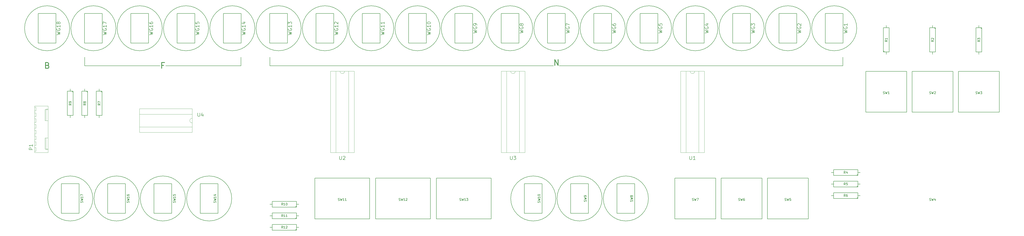
<source format=gbr>
G04 #@! TF.FileFunction,Legend,Top*
%FSLAX46Y46*%
G04 Gerber Fmt 4.6, Leading zero omitted, Abs format (unit mm)*
G04 Created by KiCad (PCBNEW 4.0.5) date 04/16/17 00:06:54*
%MOMM*%
%LPD*%
G01*
G04 APERTURE LIST*
%ADD10C,0.100000*%
%ADD11C,0.200000*%
%ADD12C,0.300000*%
%ADD13C,0.120000*%
%ADD14C,0.150000*%
%ADD15C,0.152400*%
G04 APERTURE END LIST*
D10*
D11*
X254000000Y-73660000D02*
X378460000Y-73660000D01*
X127000000Y-73660000D02*
X251460000Y-73660000D01*
X81280000Y-73660000D02*
X114300000Y-73660000D01*
D12*
X29391429Y-73478571D02*
X29754286Y-73599524D01*
X29875238Y-73720476D01*
X29996190Y-73962381D01*
X29996190Y-74325238D01*
X29875238Y-74567143D01*
X29754286Y-74688095D01*
X29512381Y-74809048D01*
X28544762Y-74809048D01*
X28544762Y-72269048D01*
X29391429Y-72269048D01*
X29633333Y-72390000D01*
X29754286Y-72510952D01*
X29875238Y-72752857D01*
X29875238Y-72994762D01*
X29754286Y-73236667D01*
X29633333Y-73357619D01*
X29391429Y-73478571D01*
X28544762Y-73478571D01*
X252004286Y-73539048D02*
X252004286Y-70999048D01*
X253455714Y-73539048D01*
X253455714Y-70999048D01*
D11*
X378460000Y-73660000D02*
X378460000Y-69850000D01*
X127000000Y-69850000D02*
X127000000Y-73660000D01*
D12*
X80372858Y-73478571D02*
X79526191Y-73478571D01*
X79526191Y-74809048D02*
X79526191Y-72269048D01*
X80735715Y-72269048D01*
D11*
X114300000Y-73660000D02*
X114300000Y-69850000D01*
X45720000Y-73660000D02*
X78740000Y-73660000D01*
X45720000Y-69850000D02*
X45720000Y-73660000D01*
D13*
X92830000Y-98790000D02*
G75*
G02X92830000Y-96790000I0J1000000D01*
G01*
X92830000Y-96790000D02*
X92830000Y-95020000D01*
X92830000Y-95020000D02*
X69730000Y-95020000D01*
X69730000Y-95020000D02*
X69730000Y-100560000D01*
X69730000Y-100560000D02*
X92830000Y-100560000D01*
X92830000Y-100560000D02*
X92830000Y-98790000D01*
X92830000Y-92590000D02*
X69730000Y-92590000D01*
X69730000Y-92590000D02*
X69730000Y-102990000D01*
X69730000Y-102990000D02*
X92830000Y-102990000D01*
X92830000Y-102990000D02*
X92830000Y-92590000D01*
D14*
X89910000Y-132080000D02*
G75*
G03X89910000Y-132080000I-9900000J0D01*
G01*
X76110000Y-125580000D02*
X83910000Y-125580000D01*
X83910000Y-125580000D02*
X83910000Y-138580000D01*
X83910000Y-138580000D02*
X76110000Y-138580000D01*
X76110000Y-138580000D02*
X76110000Y-125580000D01*
X69590000Y-132080000D02*
G75*
G03X69590000Y-132080000I-9900000J0D01*
G01*
X55790000Y-125580000D02*
X63590000Y-125580000D01*
X63590000Y-125580000D02*
X63590000Y-138580000D01*
X63590000Y-138580000D02*
X55790000Y-138580000D01*
X55790000Y-138580000D02*
X55790000Y-125580000D01*
D13*
X23650000Y-111860000D02*
X29650000Y-111860000D01*
X29650000Y-111860000D02*
X29650000Y-91340000D01*
X29650000Y-91340000D02*
X23650000Y-91340000D01*
X23650000Y-91340000D02*
X23650000Y-111860000D01*
X29650000Y-110490000D02*
X28650000Y-110490000D01*
X28650000Y-110490000D02*
X28650000Y-105410000D01*
X28650000Y-105410000D02*
X29650000Y-105410000D01*
X28650000Y-110490000D02*
X28220000Y-110240000D01*
X28220000Y-110240000D02*
X28220000Y-105410000D01*
X28220000Y-105410000D02*
X28650000Y-105410000D01*
X29650000Y-110240000D02*
X28650000Y-110240000D01*
X29650000Y-92710000D02*
X28650000Y-92710000D01*
X28650000Y-92710000D02*
X28650000Y-97790000D01*
X28650000Y-97790000D02*
X29650000Y-97790000D01*
X28650000Y-92710000D02*
X28220000Y-92960000D01*
X28220000Y-92960000D02*
X28220000Y-97790000D01*
X28220000Y-97790000D02*
X28650000Y-97790000D01*
X29650000Y-92960000D02*
X28650000Y-92960000D01*
X23650000Y-111290000D02*
X24270000Y-111290000D01*
X24270000Y-111290000D02*
X24270000Y-109690000D01*
X24270000Y-109690000D02*
X23650000Y-109690000D01*
X23650000Y-108750000D02*
X24270000Y-108750000D01*
X24270000Y-108750000D02*
X24270000Y-107150000D01*
X24270000Y-107150000D02*
X23650000Y-107150000D01*
X23650000Y-106210000D02*
X24270000Y-106210000D01*
X24270000Y-106210000D02*
X24270000Y-104610000D01*
X24270000Y-104610000D02*
X23650000Y-104610000D01*
X23650000Y-103670000D02*
X24270000Y-103670000D01*
X24270000Y-103670000D02*
X24270000Y-102070000D01*
X24270000Y-102070000D02*
X23650000Y-102070000D01*
X23650000Y-101130000D02*
X24270000Y-101130000D01*
X24270000Y-101130000D02*
X24270000Y-99530000D01*
X24270000Y-99530000D02*
X23650000Y-99530000D01*
X23650000Y-98590000D02*
X24270000Y-98590000D01*
X24270000Y-98590000D02*
X24270000Y-96990000D01*
X24270000Y-96990000D02*
X23650000Y-96990000D01*
X23650000Y-96050000D02*
X24270000Y-96050000D01*
X24270000Y-96050000D02*
X24270000Y-94450000D01*
X24270000Y-94450000D02*
X23650000Y-94450000D01*
X23650000Y-93510000D02*
X24270000Y-93510000D01*
X24270000Y-93510000D02*
X24270000Y-91910000D01*
X24270000Y-91910000D02*
X23650000Y-91910000D01*
X313420000Y-76080000D02*
G75*
G02X311420000Y-76080000I-1000000J0D01*
G01*
X311420000Y-76080000D02*
X309650000Y-76080000D01*
X309650000Y-76080000D02*
X309650000Y-111880000D01*
X309650000Y-111880000D02*
X315190000Y-111880000D01*
X315190000Y-111880000D02*
X315190000Y-76080000D01*
X315190000Y-76080000D02*
X313420000Y-76080000D01*
X307220000Y-76080000D02*
X307220000Y-111880000D01*
X307220000Y-111880000D02*
X317620000Y-111880000D01*
X317620000Y-111880000D02*
X317620000Y-76080000D01*
X317620000Y-76080000D02*
X307220000Y-76080000D01*
X159750000Y-76080000D02*
G75*
G02X157750000Y-76080000I-1000000J0D01*
G01*
X157750000Y-76080000D02*
X155980000Y-76080000D01*
X155980000Y-76080000D02*
X155980000Y-111880000D01*
X155980000Y-111880000D02*
X161520000Y-111880000D01*
X161520000Y-111880000D02*
X161520000Y-76080000D01*
X161520000Y-76080000D02*
X159750000Y-76080000D01*
X153550000Y-76080000D02*
X153550000Y-111880000D01*
X153550000Y-111880000D02*
X163950000Y-111880000D01*
X163950000Y-111880000D02*
X163950000Y-76080000D01*
X163950000Y-76080000D02*
X153550000Y-76080000D01*
X234680000Y-76080000D02*
G75*
G02X232680000Y-76080000I-1000000J0D01*
G01*
X232680000Y-76080000D02*
X230910000Y-76080000D01*
X230910000Y-76080000D02*
X230910000Y-111880000D01*
X230910000Y-111880000D02*
X236450000Y-111880000D01*
X236450000Y-111880000D02*
X236450000Y-76080000D01*
X236450000Y-76080000D02*
X234680000Y-76080000D01*
X228480000Y-76080000D02*
X228480000Y-111880000D01*
X228480000Y-111880000D02*
X238880000Y-111880000D01*
X238880000Y-111880000D02*
X238880000Y-76080000D01*
X238880000Y-76080000D02*
X228480000Y-76080000D01*
D14*
X140710000Y-57150000D02*
G75*
G03X140710000Y-57150000I-9900000J0D01*
G01*
X126910000Y-50650000D02*
X134710000Y-50650000D01*
X134710000Y-50650000D02*
X134710000Y-63650000D01*
X134710000Y-63650000D02*
X126910000Y-63650000D01*
X126910000Y-63650000D02*
X126910000Y-50650000D01*
X161030000Y-57150000D02*
G75*
G03X161030000Y-57150000I-9900000J0D01*
G01*
X147230000Y-50650000D02*
X155030000Y-50650000D01*
X155030000Y-50650000D02*
X155030000Y-63650000D01*
X155030000Y-63650000D02*
X147230000Y-63650000D01*
X147230000Y-63650000D02*
X147230000Y-50650000D01*
X384550000Y-57150000D02*
G75*
G03X384550000Y-57150000I-9900000J0D01*
G01*
X370750000Y-50650000D02*
X378550000Y-50650000D01*
X378550000Y-50650000D02*
X378550000Y-63650000D01*
X378550000Y-63650000D02*
X370750000Y-63650000D01*
X370750000Y-63650000D02*
X370750000Y-50650000D01*
X364230000Y-57150000D02*
G75*
G03X364230000Y-57150000I-9900000J0D01*
G01*
X350430000Y-50650000D02*
X358230000Y-50650000D01*
X358230000Y-50650000D02*
X358230000Y-63650000D01*
X358230000Y-63650000D02*
X350430000Y-63650000D01*
X350430000Y-63650000D02*
X350430000Y-50650000D01*
X343910000Y-57150000D02*
G75*
G03X343910000Y-57150000I-9900000J0D01*
G01*
X330110000Y-50650000D02*
X337910000Y-50650000D01*
X337910000Y-50650000D02*
X337910000Y-63650000D01*
X337910000Y-63650000D02*
X330110000Y-63650000D01*
X330110000Y-63650000D02*
X330110000Y-50650000D01*
X323590000Y-57150000D02*
G75*
G03X323590000Y-57150000I-9900000J0D01*
G01*
X309790000Y-50650000D02*
X317590000Y-50650000D01*
X317590000Y-50650000D02*
X317590000Y-63650000D01*
X317590000Y-63650000D02*
X309790000Y-63650000D01*
X309790000Y-63650000D02*
X309790000Y-50650000D01*
X303270000Y-57150000D02*
G75*
G03X303270000Y-57150000I-9900000J0D01*
G01*
X289470000Y-50650000D02*
X297270000Y-50650000D01*
X297270000Y-50650000D02*
X297270000Y-63650000D01*
X297270000Y-63650000D02*
X289470000Y-63650000D01*
X289470000Y-63650000D02*
X289470000Y-50650000D01*
X282950000Y-57150000D02*
G75*
G03X282950000Y-57150000I-9900000J0D01*
G01*
X269150000Y-50650000D02*
X276950000Y-50650000D01*
X276950000Y-50650000D02*
X276950000Y-63650000D01*
X276950000Y-63650000D02*
X269150000Y-63650000D01*
X269150000Y-63650000D02*
X269150000Y-50650000D01*
X262630000Y-57150000D02*
G75*
G03X262630000Y-57150000I-9900000J0D01*
G01*
X248830000Y-50650000D02*
X256630000Y-50650000D01*
X256630000Y-50650000D02*
X256630000Y-63650000D01*
X256630000Y-63650000D02*
X248830000Y-63650000D01*
X248830000Y-63650000D02*
X248830000Y-50650000D01*
X242310000Y-57150000D02*
G75*
G03X242310000Y-57150000I-9900000J0D01*
G01*
X228510000Y-50650000D02*
X236310000Y-50650000D01*
X236310000Y-50650000D02*
X236310000Y-63650000D01*
X236310000Y-63650000D02*
X228510000Y-63650000D01*
X228510000Y-63650000D02*
X228510000Y-50650000D01*
X221990000Y-57150000D02*
G75*
G03X221990000Y-57150000I-9900000J0D01*
G01*
X208190000Y-50650000D02*
X215990000Y-50650000D01*
X215990000Y-50650000D02*
X215990000Y-63650000D01*
X215990000Y-63650000D02*
X208190000Y-63650000D01*
X208190000Y-63650000D02*
X208190000Y-50650000D01*
X201670000Y-57150000D02*
G75*
G03X201670000Y-57150000I-9900000J0D01*
G01*
X187870000Y-50650000D02*
X195670000Y-50650000D01*
X195670000Y-50650000D02*
X195670000Y-63650000D01*
X195670000Y-63650000D02*
X187870000Y-63650000D01*
X187870000Y-63650000D02*
X187870000Y-50650000D01*
X181350000Y-57150000D02*
G75*
G03X181350000Y-57150000I-9900000J0D01*
G01*
X167550000Y-50650000D02*
X175350000Y-50650000D01*
X175350000Y-50650000D02*
X175350000Y-63650000D01*
X175350000Y-63650000D02*
X167550000Y-63650000D01*
X167550000Y-63650000D02*
X167550000Y-50650000D01*
X120390000Y-57150000D02*
G75*
G03X120390000Y-57150000I-9900000J0D01*
G01*
X106590000Y-50650000D02*
X114390000Y-50650000D01*
X114390000Y-50650000D02*
X114390000Y-63650000D01*
X114390000Y-63650000D02*
X106590000Y-63650000D01*
X106590000Y-63650000D02*
X106590000Y-50650000D01*
X100070000Y-57150000D02*
G75*
G03X100070000Y-57150000I-9900000J0D01*
G01*
X86270000Y-50650000D02*
X94070000Y-50650000D01*
X94070000Y-50650000D02*
X94070000Y-63650000D01*
X94070000Y-63650000D02*
X86270000Y-63650000D01*
X86270000Y-63650000D02*
X86270000Y-50650000D01*
X79750000Y-57150000D02*
G75*
G03X79750000Y-57150000I-9900000J0D01*
G01*
X65950000Y-50650000D02*
X73750000Y-50650000D01*
X73750000Y-50650000D02*
X73750000Y-63650000D01*
X73750000Y-63650000D02*
X65950000Y-63650000D01*
X65950000Y-63650000D02*
X65950000Y-50650000D01*
X59430000Y-57150000D02*
G75*
G03X59430000Y-57150000I-9900000J0D01*
G01*
X45630000Y-50650000D02*
X53430000Y-50650000D01*
X53430000Y-50650000D02*
X53430000Y-63650000D01*
X53430000Y-63650000D02*
X45630000Y-63650000D01*
X45630000Y-63650000D02*
X45630000Y-50650000D01*
X39110000Y-57150000D02*
G75*
G03X39110000Y-57150000I-9900000J0D01*
G01*
X25310000Y-50650000D02*
X33110000Y-50650000D01*
X33110000Y-50650000D02*
X33110000Y-63650000D01*
X33110000Y-63650000D02*
X25310000Y-63650000D01*
X25310000Y-63650000D02*
X25310000Y-50650000D01*
X49270000Y-132080000D02*
G75*
G03X49270000Y-132080000I-9900000J0D01*
G01*
X35470000Y-125580000D02*
X43270000Y-125580000D01*
X43270000Y-125580000D02*
X43270000Y-138580000D01*
X43270000Y-138580000D02*
X35470000Y-138580000D01*
X35470000Y-138580000D02*
X35470000Y-125580000D01*
X110230000Y-132080000D02*
G75*
G03X110230000Y-132080000I-9900000J0D01*
G01*
X96430000Y-125580000D02*
X104230000Y-125580000D01*
X104230000Y-125580000D02*
X104230000Y-138580000D01*
X104230000Y-138580000D02*
X96430000Y-138580000D01*
X96430000Y-138580000D02*
X96430000Y-125580000D01*
X252470000Y-132080000D02*
G75*
G03X252470000Y-132080000I-9900000J0D01*
G01*
X238670000Y-125580000D02*
X246470000Y-125580000D01*
X246470000Y-125580000D02*
X246470000Y-138580000D01*
X246470000Y-138580000D02*
X238670000Y-138580000D01*
X238670000Y-138580000D02*
X238670000Y-125580000D01*
X272790000Y-132080000D02*
G75*
G03X272790000Y-132080000I-9900000J0D01*
G01*
X258990000Y-125580000D02*
X266790000Y-125580000D01*
X266790000Y-125580000D02*
X266790000Y-138580000D01*
X266790000Y-138580000D02*
X258990000Y-138580000D01*
X258990000Y-138580000D02*
X258990000Y-125580000D01*
X293110000Y-132080000D02*
G75*
G03X293110000Y-132080000I-9900000J0D01*
G01*
X279310000Y-125580000D02*
X287110000Y-125580000D01*
X287110000Y-125580000D02*
X287110000Y-138580000D01*
X287110000Y-138580000D02*
X279310000Y-138580000D01*
X279310000Y-138580000D02*
X279310000Y-125580000D01*
X429150000Y-76090000D02*
X447150000Y-76090000D01*
X447150000Y-76090000D02*
X447150000Y-94090000D01*
X447150000Y-94090000D02*
X429150000Y-94090000D01*
X429150000Y-94090000D02*
X429150000Y-76090000D01*
X408830000Y-76090000D02*
X426830000Y-76090000D01*
X426830000Y-76090000D02*
X426830000Y-94090000D01*
X426830000Y-94090000D02*
X408830000Y-94090000D01*
X408830000Y-94090000D02*
X408830000Y-76090000D01*
X388510000Y-76090000D02*
X406510000Y-76090000D01*
X406510000Y-76090000D02*
X406510000Y-94090000D01*
X406510000Y-94090000D02*
X388510000Y-94090000D01*
X388510000Y-94090000D02*
X388510000Y-76090000D01*
X146750000Y-123080000D02*
X170750000Y-123080000D01*
X170750000Y-123080000D02*
X170750000Y-141080000D01*
X170750000Y-141080000D02*
X146750000Y-141080000D01*
X146750000Y-141080000D02*
X146750000Y-123080000D01*
X173420000Y-123080000D02*
X197420000Y-123080000D01*
X197420000Y-123080000D02*
X197420000Y-141080000D01*
X197420000Y-141080000D02*
X173420000Y-141080000D01*
X173420000Y-141080000D02*
X173420000Y-123080000D01*
X200090000Y-123080000D02*
X224090000Y-123080000D01*
X224090000Y-123080000D02*
X224090000Y-141080000D01*
X224090000Y-141080000D02*
X200090000Y-141080000D01*
X200090000Y-141080000D02*
X200090000Y-123080000D01*
X345330000Y-123080000D02*
X363330000Y-123080000D01*
X363330000Y-123080000D02*
X363330000Y-141080000D01*
X363330000Y-141080000D02*
X345330000Y-141080000D01*
X345330000Y-141080000D02*
X345330000Y-123080000D01*
X325010000Y-123080000D02*
X343010000Y-123080000D01*
X343010000Y-123080000D02*
X343010000Y-141080000D01*
X343010000Y-141080000D02*
X325010000Y-141080000D01*
X325010000Y-141080000D02*
X325010000Y-123080000D01*
X304690000Y-123080000D02*
X322690000Y-123080000D01*
X322690000Y-123080000D02*
X322690000Y-141080000D01*
X322690000Y-141080000D02*
X304690000Y-141080000D01*
X304690000Y-141080000D02*
X304690000Y-123080000D01*
X397510000Y-68580000D02*
X397510000Y-67564000D01*
X397510000Y-55880000D02*
X397510000Y-56896000D01*
X396240000Y-56896000D02*
X398780000Y-56896000D01*
X398780000Y-56896000D02*
X398780000Y-67564000D01*
X398780000Y-67564000D02*
X396240000Y-67564000D01*
X396240000Y-67564000D02*
X396240000Y-56896000D01*
X396748000Y-67564000D02*
X396240000Y-67056000D01*
X417830000Y-55880000D02*
X417830000Y-56896000D01*
X417830000Y-68580000D02*
X417830000Y-67564000D01*
X419100000Y-67564000D02*
X416560000Y-67564000D01*
X416560000Y-67564000D02*
X416560000Y-56896000D01*
X416560000Y-56896000D02*
X419100000Y-56896000D01*
X419100000Y-56896000D02*
X419100000Y-67564000D01*
X418592000Y-56896000D02*
X419100000Y-57404000D01*
X438150000Y-55880000D02*
X438150000Y-56896000D01*
X438150000Y-68580000D02*
X438150000Y-67564000D01*
X439420000Y-67564000D02*
X436880000Y-67564000D01*
X436880000Y-67564000D02*
X436880000Y-56896000D01*
X436880000Y-56896000D02*
X439420000Y-56896000D01*
X439420000Y-56896000D02*
X439420000Y-67564000D01*
X438912000Y-56896000D02*
X439420000Y-57404000D01*
X386080000Y-120650000D02*
X385064000Y-120650000D01*
X373380000Y-120650000D02*
X374396000Y-120650000D01*
X374396000Y-121920000D02*
X374396000Y-119380000D01*
X374396000Y-119380000D02*
X385064000Y-119380000D01*
X385064000Y-119380000D02*
X385064000Y-121920000D01*
X385064000Y-121920000D02*
X374396000Y-121920000D01*
X385064000Y-121412000D02*
X384556000Y-121920000D01*
X386080000Y-125730000D02*
X385064000Y-125730000D01*
X373380000Y-125730000D02*
X374396000Y-125730000D01*
X374396000Y-127000000D02*
X374396000Y-124460000D01*
X374396000Y-124460000D02*
X385064000Y-124460000D01*
X385064000Y-124460000D02*
X385064000Y-127000000D01*
X385064000Y-127000000D02*
X374396000Y-127000000D01*
X385064000Y-126492000D02*
X384556000Y-127000000D01*
X386080000Y-130810000D02*
X385064000Y-130810000D01*
X373380000Y-130810000D02*
X374396000Y-130810000D01*
X374396000Y-132080000D02*
X374396000Y-129540000D01*
X374396000Y-129540000D02*
X385064000Y-129540000D01*
X385064000Y-129540000D02*
X385064000Y-132080000D01*
X385064000Y-132080000D02*
X374396000Y-132080000D01*
X385064000Y-131572000D02*
X384556000Y-132080000D01*
X52070000Y-83820000D02*
X52070000Y-84836000D01*
X52070000Y-96520000D02*
X52070000Y-95504000D01*
X53340000Y-95504000D02*
X50800000Y-95504000D01*
X50800000Y-95504000D02*
X50800000Y-84836000D01*
X50800000Y-84836000D02*
X53340000Y-84836000D01*
X53340000Y-84836000D02*
X53340000Y-95504000D01*
X52832000Y-84836000D02*
X53340000Y-85344000D01*
X45720000Y-83820000D02*
X45720000Y-84836000D01*
X45720000Y-96520000D02*
X45720000Y-95504000D01*
X46990000Y-95504000D02*
X44450000Y-95504000D01*
X44450000Y-95504000D02*
X44450000Y-84836000D01*
X44450000Y-84836000D02*
X46990000Y-84836000D01*
X46990000Y-84836000D02*
X46990000Y-95504000D01*
X46482000Y-84836000D02*
X46990000Y-85344000D01*
X39370000Y-83820000D02*
X39370000Y-84836000D01*
X39370000Y-96520000D02*
X39370000Y-95504000D01*
X40640000Y-95504000D02*
X38100000Y-95504000D01*
X38100000Y-95504000D02*
X38100000Y-84836000D01*
X38100000Y-84836000D02*
X40640000Y-84836000D01*
X40640000Y-84836000D02*
X40640000Y-95504000D01*
X40132000Y-84836000D02*
X40640000Y-85344000D01*
X139700000Y-134620000D02*
X138684000Y-134620000D01*
X127000000Y-134620000D02*
X128016000Y-134620000D01*
X128016000Y-135890000D02*
X128016000Y-133350000D01*
X128016000Y-133350000D02*
X138684000Y-133350000D01*
X138684000Y-133350000D02*
X138684000Y-135890000D01*
X138684000Y-135890000D02*
X128016000Y-135890000D01*
X138684000Y-135382000D02*
X138176000Y-135890000D01*
X139700000Y-139700000D02*
X138684000Y-139700000D01*
X127000000Y-139700000D02*
X128016000Y-139700000D01*
X128016000Y-140970000D02*
X128016000Y-138430000D01*
X128016000Y-138430000D02*
X138684000Y-138430000D01*
X138684000Y-138430000D02*
X138684000Y-140970000D01*
X138684000Y-140970000D02*
X128016000Y-140970000D01*
X138684000Y-140462000D02*
X138176000Y-140970000D01*
X139700000Y-144780000D02*
X138684000Y-144780000D01*
X127000000Y-144780000D02*
X128016000Y-144780000D01*
X128016000Y-146050000D02*
X128016000Y-143510000D01*
X128016000Y-143510000D02*
X138684000Y-143510000D01*
X138684000Y-143510000D02*
X138684000Y-146050000D01*
X138684000Y-146050000D02*
X128016000Y-146050000D01*
X138684000Y-145542000D02*
X138176000Y-146050000D01*
D15*
X95358857Y-94415429D02*
X95358857Y-95649143D01*
X95431429Y-95794286D01*
X95504000Y-95866857D01*
X95649143Y-95939429D01*
X95939429Y-95939429D01*
X96084571Y-95866857D01*
X96157143Y-95794286D01*
X96229714Y-95649143D01*
X96229714Y-94415429D01*
X97608571Y-94923429D02*
X97608571Y-95939429D01*
X97245714Y-94342857D02*
X96882857Y-95431429D01*
X97826285Y-95431429D01*
D14*
X85494762Y-133889524D02*
X85542381Y-133746667D01*
X85542381Y-133508571D01*
X85494762Y-133413333D01*
X85447143Y-133365714D01*
X85351905Y-133318095D01*
X85256667Y-133318095D01*
X85161429Y-133365714D01*
X85113810Y-133413333D01*
X85066190Y-133508571D01*
X85018571Y-133699048D01*
X84970952Y-133794286D01*
X84923333Y-133841905D01*
X84828095Y-133889524D01*
X84732857Y-133889524D01*
X84637619Y-133841905D01*
X84590000Y-133794286D01*
X84542381Y-133699048D01*
X84542381Y-133460952D01*
X84590000Y-133318095D01*
X84542381Y-132984762D02*
X85542381Y-132746667D01*
X84828095Y-132556190D01*
X85542381Y-132365714D01*
X84542381Y-132127619D01*
X85542381Y-131222857D02*
X85542381Y-131794286D01*
X85542381Y-131508572D02*
X84542381Y-131508572D01*
X84685238Y-131603810D01*
X84780476Y-131699048D01*
X84828095Y-131794286D01*
X84542381Y-130318095D02*
X84542381Y-130794286D01*
X85018571Y-130841905D01*
X84970952Y-130794286D01*
X84923333Y-130699048D01*
X84923333Y-130460952D01*
X84970952Y-130365714D01*
X85018571Y-130318095D01*
X85113810Y-130270476D01*
X85351905Y-130270476D01*
X85447143Y-130318095D01*
X85494762Y-130365714D01*
X85542381Y-130460952D01*
X85542381Y-130699048D01*
X85494762Y-130794286D01*
X85447143Y-130841905D01*
X65174762Y-133889524D02*
X65222381Y-133746667D01*
X65222381Y-133508571D01*
X65174762Y-133413333D01*
X65127143Y-133365714D01*
X65031905Y-133318095D01*
X64936667Y-133318095D01*
X64841429Y-133365714D01*
X64793810Y-133413333D01*
X64746190Y-133508571D01*
X64698571Y-133699048D01*
X64650952Y-133794286D01*
X64603333Y-133841905D01*
X64508095Y-133889524D01*
X64412857Y-133889524D01*
X64317619Y-133841905D01*
X64270000Y-133794286D01*
X64222381Y-133699048D01*
X64222381Y-133460952D01*
X64270000Y-133318095D01*
X64222381Y-132984762D02*
X65222381Y-132746667D01*
X64508095Y-132556190D01*
X65222381Y-132365714D01*
X64222381Y-132127619D01*
X65222381Y-131222857D02*
X65222381Y-131794286D01*
X65222381Y-131508572D02*
X64222381Y-131508572D01*
X64365238Y-131603810D01*
X64460476Y-131699048D01*
X64508095Y-131794286D01*
X64222381Y-130365714D02*
X64222381Y-130556191D01*
X64270000Y-130651429D01*
X64317619Y-130699048D01*
X64460476Y-130794286D01*
X64650952Y-130841905D01*
X65031905Y-130841905D01*
X65127143Y-130794286D01*
X65174762Y-130746667D01*
X65222381Y-130651429D01*
X65222381Y-130460952D01*
X65174762Y-130365714D01*
X65127143Y-130318095D01*
X65031905Y-130270476D01*
X64793810Y-130270476D01*
X64698571Y-130318095D01*
X64650952Y-130365714D01*
X64603333Y-130460952D01*
X64603333Y-130651429D01*
X64650952Y-130746667D01*
X64698571Y-130794286D01*
X64793810Y-130841905D01*
D15*
X22859429Y-110614857D02*
X21335429Y-110614857D01*
X21335429Y-110034285D01*
X21408000Y-109889143D01*
X21480571Y-109816571D01*
X21625714Y-109744000D01*
X21843429Y-109744000D01*
X21988571Y-109816571D01*
X22061143Y-109889143D01*
X22133714Y-110034285D01*
X22133714Y-110614857D01*
X22859429Y-108292571D02*
X22859429Y-109163428D01*
X22859429Y-108728000D02*
X21335429Y-108728000D01*
X21553143Y-108873143D01*
X21698286Y-109018285D01*
X21770857Y-109163428D01*
X311258857Y-113465429D02*
X311258857Y-114699143D01*
X311331429Y-114844286D01*
X311404000Y-114916857D01*
X311549143Y-114989429D01*
X311839429Y-114989429D01*
X311984571Y-114916857D01*
X312057143Y-114844286D01*
X312129714Y-114699143D01*
X312129714Y-113465429D01*
X313653714Y-114989429D02*
X312782857Y-114989429D01*
X313218285Y-114989429D02*
X313218285Y-113465429D01*
X313073142Y-113683143D01*
X312928000Y-113828286D01*
X312782857Y-113900857D01*
X157588857Y-113465429D02*
X157588857Y-114699143D01*
X157661429Y-114844286D01*
X157734000Y-114916857D01*
X157879143Y-114989429D01*
X158169429Y-114989429D01*
X158314571Y-114916857D01*
X158387143Y-114844286D01*
X158459714Y-114699143D01*
X158459714Y-113465429D01*
X159112857Y-113610571D02*
X159185428Y-113538000D01*
X159330571Y-113465429D01*
X159693428Y-113465429D01*
X159838571Y-113538000D01*
X159911142Y-113610571D01*
X159983714Y-113755714D01*
X159983714Y-113900857D01*
X159911142Y-114118571D01*
X159040285Y-114989429D01*
X159983714Y-114989429D01*
X232518857Y-113465429D02*
X232518857Y-114699143D01*
X232591429Y-114844286D01*
X232664000Y-114916857D01*
X232809143Y-114989429D01*
X233099429Y-114989429D01*
X233244571Y-114916857D01*
X233317143Y-114844286D01*
X233389714Y-114699143D01*
X233389714Y-113465429D01*
X233970285Y-113465429D02*
X234913714Y-113465429D01*
X234405714Y-114046000D01*
X234623428Y-114046000D01*
X234768571Y-114118571D01*
X234841142Y-114191143D01*
X234913714Y-114336286D01*
X234913714Y-114699143D01*
X234841142Y-114844286D01*
X234768571Y-114916857D01*
X234623428Y-114989429D01*
X234188000Y-114989429D01*
X234042857Y-114916857D01*
X233970285Y-114844286D01*
X135055429Y-60016572D02*
X136579429Y-59653715D01*
X135490857Y-59363429D01*
X136579429Y-59073143D01*
X135055429Y-58710286D01*
X135128000Y-57331429D02*
X135055429Y-57476572D01*
X135055429Y-57694286D01*
X135128000Y-57912001D01*
X135273143Y-58057143D01*
X135418286Y-58129715D01*
X135708571Y-58202286D01*
X135926286Y-58202286D01*
X136216571Y-58129715D01*
X136361714Y-58057143D01*
X136506857Y-57912001D01*
X136579429Y-57694286D01*
X136579429Y-57549143D01*
X136506857Y-57331429D01*
X136434286Y-57258858D01*
X135926286Y-57258858D01*
X135926286Y-57549143D01*
X136579429Y-55807429D02*
X136579429Y-56678286D01*
X136579429Y-56242858D02*
X135055429Y-56242858D01*
X135273143Y-56388001D01*
X135418286Y-56533143D01*
X135490857Y-56678286D01*
X135055429Y-55299429D02*
X135055429Y-54356000D01*
X135636000Y-54864000D01*
X135636000Y-54646286D01*
X135708571Y-54501143D01*
X135781143Y-54428572D01*
X135926286Y-54356000D01*
X136289143Y-54356000D01*
X136434286Y-54428572D01*
X136506857Y-54501143D01*
X136579429Y-54646286D01*
X136579429Y-55081714D01*
X136506857Y-55226857D01*
X136434286Y-55299429D01*
X155375429Y-60016572D02*
X156899429Y-59653715D01*
X155810857Y-59363429D01*
X156899429Y-59073143D01*
X155375429Y-58710286D01*
X155448000Y-57331429D02*
X155375429Y-57476572D01*
X155375429Y-57694286D01*
X155448000Y-57912001D01*
X155593143Y-58057143D01*
X155738286Y-58129715D01*
X156028571Y-58202286D01*
X156246286Y-58202286D01*
X156536571Y-58129715D01*
X156681714Y-58057143D01*
X156826857Y-57912001D01*
X156899429Y-57694286D01*
X156899429Y-57549143D01*
X156826857Y-57331429D01*
X156754286Y-57258858D01*
X156246286Y-57258858D01*
X156246286Y-57549143D01*
X156899429Y-55807429D02*
X156899429Y-56678286D01*
X156899429Y-56242858D02*
X155375429Y-56242858D01*
X155593143Y-56388001D01*
X155738286Y-56533143D01*
X155810857Y-56678286D01*
X155520571Y-55226857D02*
X155448000Y-55154286D01*
X155375429Y-55009143D01*
X155375429Y-54646286D01*
X155448000Y-54501143D01*
X155520571Y-54428572D01*
X155665714Y-54356000D01*
X155810857Y-54356000D01*
X156028571Y-54428572D01*
X156899429Y-55299429D01*
X156899429Y-54356000D01*
X378895429Y-59290857D02*
X380419429Y-58928000D01*
X379330857Y-58637714D01*
X380419429Y-58347428D01*
X378895429Y-57984571D01*
X378968000Y-56605714D02*
X378895429Y-56750857D01*
X378895429Y-56968571D01*
X378968000Y-57186286D01*
X379113143Y-57331428D01*
X379258286Y-57404000D01*
X379548571Y-57476571D01*
X379766286Y-57476571D01*
X380056571Y-57404000D01*
X380201714Y-57331428D01*
X380346857Y-57186286D01*
X380419429Y-56968571D01*
X380419429Y-56823428D01*
X380346857Y-56605714D01*
X380274286Y-56533143D01*
X379766286Y-56533143D01*
X379766286Y-56823428D01*
X380419429Y-55081714D02*
X380419429Y-55952571D01*
X380419429Y-55517143D02*
X378895429Y-55517143D01*
X379113143Y-55662286D01*
X379258286Y-55807428D01*
X379330857Y-55952571D01*
X358575429Y-59290857D02*
X360099429Y-58928000D01*
X359010857Y-58637714D01*
X360099429Y-58347428D01*
X358575429Y-57984571D01*
X358648000Y-56605714D02*
X358575429Y-56750857D01*
X358575429Y-56968571D01*
X358648000Y-57186286D01*
X358793143Y-57331428D01*
X358938286Y-57404000D01*
X359228571Y-57476571D01*
X359446286Y-57476571D01*
X359736571Y-57404000D01*
X359881714Y-57331428D01*
X360026857Y-57186286D01*
X360099429Y-56968571D01*
X360099429Y-56823428D01*
X360026857Y-56605714D01*
X359954286Y-56533143D01*
X359446286Y-56533143D01*
X359446286Y-56823428D01*
X358720571Y-55952571D02*
X358648000Y-55880000D01*
X358575429Y-55734857D01*
X358575429Y-55372000D01*
X358648000Y-55226857D01*
X358720571Y-55154286D01*
X358865714Y-55081714D01*
X359010857Y-55081714D01*
X359228571Y-55154286D01*
X360099429Y-56025143D01*
X360099429Y-55081714D01*
X338255429Y-59290857D02*
X339779429Y-58928000D01*
X338690857Y-58637714D01*
X339779429Y-58347428D01*
X338255429Y-57984571D01*
X338328000Y-56605714D02*
X338255429Y-56750857D01*
X338255429Y-56968571D01*
X338328000Y-57186286D01*
X338473143Y-57331428D01*
X338618286Y-57404000D01*
X338908571Y-57476571D01*
X339126286Y-57476571D01*
X339416571Y-57404000D01*
X339561714Y-57331428D01*
X339706857Y-57186286D01*
X339779429Y-56968571D01*
X339779429Y-56823428D01*
X339706857Y-56605714D01*
X339634286Y-56533143D01*
X339126286Y-56533143D01*
X339126286Y-56823428D01*
X338255429Y-56025143D02*
X338255429Y-55081714D01*
X338836000Y-55589714D01*
X338836000Y-55372000D01*
X338908571Y-55226857D01*
X338981143Y-55154286D01*
X339126286Y-55081714D01*
X339489143Y-55081714D01*
X339634286Y-55154286D01*
X339706857Y-55226857D01*
X339779429Y-55372000D01*
X339779429Y-55807428D01*
X339706857Y-55952571D01*
X339634286Y-56025143D01*
X317935429Y-59290857D02*
X319459429Y-58928000D01*
X318370857Y-58637714D01*
X319459429Y-58347428D01*
X317935429Y-57984571D01*
X318008000Y-56605714D02*
X317935429Y-56750857D01*
X317935429Y-56968571D01*
X318008000Y-57186286D01*
X318153143Y-57331428D01*
X318298286Y-57404000D01*
X318588571Y-57476571D01*
X318806286Y-57476571D01*
X319096571Y-57404000D01*
X319241714Y-57331428D01*
X319386857Y-57186286D01*
X319459429Y-56968571D01*
X319459429Y-56823428D01*
X319386857Y-56605714D01*
X319314286Y-56533143D01*
X318806286Y-56533143D01*
X318806286Y-56823428D01*
X318443429Y-55226857D02*
X319459429Y-55226857D01*
X317862857Y-55589714D02*
X318951429Y-55952571D01*
X318951429Y-55009143D01*
X297615429Y-59290857D02*
X299139429Y-58928000D01*
X298050857Y-58637714D01*
X299139429Y-58347428D01*
X297615429Y-57984571D01*
X297688000Y-56605714D02*
X297615429Y-56750857D01*
X297615429Y-56968571D01*
X297688000Y-57186286D01*
X297833143Y-57331428D01*
X297978286Y-57404000D01*
X298268571Y-57476571D01*
X298486286Y-57476571D01*
X298776571Y-57404000D01*
X298921714Y-57331428D01*
X299066857Y-57186286D01*
X299139429Y-56968571D01*
X299139429Y-56823428D01*
X299066857Y-56605714D01*
X298994286Y-56533143D01*
X298486286Y-56533143D01*
X298486286Y-56823428D01*
X297615429Y-55154286D02*
X297615429Y-55880000D01*
X298341143Y-55952571D01*
X298268571Y-55880000D01*
X298196000Y-55734857D01*
X298196000Y-55372000D01*
X298268571Y-55226857D01*
X298341143Y-55154286D01*
X298486286Y-55081714D01*
X298849143Y-55081714D01*
X298994286Y-55154286D01*
X299066857Y-55226857D01*
X299139429Y-55372000D01*
X299139429Y-55734857D01*
X299066857Y-55880000D01*
X298994286Y-55952571D01*
X277295429Y-59290857D02*
X278819429Y-58928000D01*
X277730857Y-58637714D01*
X278819429Y-58347428D01*
X277295429Y-57984571D01*
X277368000Y-56605714D02*
X277295429Y-56750857D01*
X277295429Y-56968571D01*
X277368000Y-57186286D01*
X277513143Y-57331428D01*
X277658286Y-57404000D01*
X277948571Y-57476571D01*
X278166286Y-57476571D01*
X278456571Y-57404000D01*
X278601714Y-57331428D01*
X278746857Y-57186286D01*
X278819429Y-56968571D01*
X278819429Y-56823428D01*
X278746857Y-56605714D01*
X278674286Y-56533143D01*
X278166286Y-56533143D01*
X278166286Y-56823428D01*
X277295429Y-55226857D02*
X277295429Y-55517143D01*
X277368000Y-55662286D01*
X277440571Y-55734857D01*
X277658286Y-55880000D01*
X277948571Y-55952571D01*
X278529143Y-55952571D01*
X278674286Y-55880000D01*
X278746857Y-55807428D01*
X278819429Y-55662286D01*
X278819429Y-55372000D01*
X278746857Y-55226857D01*
X278674286Y-55154286D01*
X278529143Y-55081714D01*
X278166286Y-55081714D01*
X278021143Y-55154286D01*
X277948571Y-55226857D01*
X277876000Y-55372000D01*
X277876000Y-55662286D01*
X277948571Y-55807428D01*
X278021143Y-55880000D01*
X278166286Y-55952571D01*
X256975429Y-59290857D02*
X258499429Y-58928000D01*
X257410857Y-58637714D01*
X258499429Y-58347428D01*
X256975429Y-57984571D01*
X257048000Y-56605714D02*
X256975429Y-56750857D01*
X256975429Y-56968571D01*
X257048000Y-57186286D01*
X257193143Y-57331428D01*
X257338286Y-57404000D01*
X257628571Y-57476571D01*
X257846286Y-57476571D01*
X258136571Y-57404000D01*
X258281714Y-57331428D01*
X258426857Y-57186286D01*
X258499429Y-56968571D01*
X258499429Y-56823428D01*
X258426857Y-56605714D01*
X258354286Y-56533143D01*
X257846286Y-56533143D01*
X257846286Y-56823428D01*
X256975429Y-56025143D02*
X256975429Y-55009143D01*
X258499429Y-55662286D01*
X236655429Y-59290857D02*
X238179429Y-58928000D01*
X237090857Y-58637714D01*
X238179429Y-58347428D01*
X236655429Y-57984571D01*
X236728000Y-56605714D02*
X236655429Y-56750857D01*
X236655429Y-56968571D01*
X236728000Y-57186286D01*
X236873143Y-57331428D01*
X237018286Y-57404000D01*
X237308571Y-57476571D01*
X237526286Y-57476571D01*
X237816571Y-57404000D01*
X237961714Y-57331428D01*
X238106857Y-57186286D01*
X238179429Y-56968571D01*
X238179429Y-56823428D01*
X238106857Y-56605714D01*
X238034286Y-56533143D01*
X237526286Y-56533143D01*
X237526286Y-56823428D01*
X237308571Y-55662286D02*
X237236000Y-55807428D01*
X237163429Y-55880000D01*
X237018286Y-55952571D01*
X236945714Y-55952571D01*
X236800571Y-55880000D01*
X236728000Y-55807428D01*
X236655429Y-55662286D01*
X236655429Y-55372000D01*
X236728000Y-55226857D01*
X236800571Y-55154286D01*
X236945714Y-55081714D01*
X237018286Y-55081714D01*
X237163429Y-55154286D01*
X237236000Y-55226857D01*
X237308571Y-55372000D01*
X237308571Y-55662286D01*
X237381143Y-55807428D01*
X237453714Y-55880000D01*
X237598857Y-55952571D01*
X237889143Y-55952571D01*
X238034286Y-55880000D01*
X238106857Y-55807428D01*
X238179429Y-55662286D01*
X238179429Y-55372000D01*
X238106857Y-55226857D01*
X238034286Y-55154286D01*
X237889143Y-55081714D01*
X237598857Y-55081714D01*
X237453714Y-55154286D01*
X237381143Y-55226857D01*
X237308571Y-55372000D01*
X216335429Y-59290857D02*
X217859429Y-58928000D01*
X216770857Y-58637714D01*
X217859429Y-58347428D01*
X216335429Y-57984571D01*
X216408000Y-56605714D02*
X216335429Y-56750857D01*
X216335429Y-56968571D01*
X216408000Y-57186286D01*
X216553143Y-57331428D01*
X216698286Y-57404000D01*
X216988571Y-57476571D01*
X217206286Y-57476571D01*
X217496571Y-57404000D01*
X217641714Y-57331428D01*
X217786857Y-57186286D01*
X217859429Y-56968571D01*
X217859429Y-56823428D01*
X217786857Y-56605714D01*
X217714286Y-56533143D01*
X217206286Y-56533143D01*
X217206286Y-56823428D01*
X217859429Y-55807428D02*
X217859429Y-55517143D01*
X217786857Y-55372000D01*
X217714286Y-55299428D01*
X217496571Y-55154286D01*
X217206286Y-55081714D01*
X216625714Y-55081714D01*
X216480571Y-55154286D01*
X216408000Y-55226857D01*
X216335429Y-55372000D01*
X216335429Y-55662286D01*
X216408000Y-55807428D01*
X216480571Y-55880000D01*
X216625714Y-55952571D01*
X216988571Y-55952571D01*
X217133714Y-55880000D01*
X217206286Y-55807428D01*
X217278857Y-55662286D01*
X217278857Y-55372000D01*
X217206286Y-55226857D01*
X217133714Y-55154286D01*
X216988571Y-55081714D01*
X196015429Y-60016572D02*
X197539429Y-59653715D01*
X196450857Y-59363429D01*
X197539429Y-59073143D01*
X196015429Y-58710286D01*
X196088000Y-57331429D02*
X196015429Y-57476572D01*
X196015429Y-57694286D01*
X196088000Y-57912001D01*
X196233143Y-58057143D01*
X196378286Y-58129715D01*
X196668571Y-58202286D01*
X196886286Y-58202286D01*
X197176571Y-58129715D01*
X197321714Y-58057143D01*
X197466857Y-57912001D01*
X197539429Y-57694286D01*
X197539429Y-57549143D01*
X197466857Y-57331429D01*
X197394286Y-57258858D01*
X196886286Y-57258858D01*
X196886286Y-57549143D01*
X197539429Y-55807429D02*
X197539429Y-56678286D01*
X197539429Y-56242858D02*
X196015429Y-56242858D01*
X196233143Y-56388001D01*
X196378286Y-56533143D01*
X196450857Y-56678286D01*
X196015429Y-54864000D02*
X196015429Y-54718857D01*
X196088000Y-54573714D01*
X196160571Y-54501143D01*
X196305714Y-54428572D01*
X196596000Y-54356000D01*
X196958857Y-54356000D01*
X197249143Y-54428572D01*
X197394286Y-54501143D01*
X197466857Y-54573714D01*
X197539429Y-54718857D01*
X197539429Y-54864000D01*
X197466857Y-55009143D01*
X197394286Y-55081714D01*
X197249143Y-55154286D01*
X196958857Y-55226857D01*
X196596000Y-55226857D01*
X196305714Y-55154286D01*
X196160571Y-55081714D01*
X196088000Y-55009143D01*
X196015429Y-54864000D01*
X175695429Y-60016572D02*
X177219429Y-59653715D01*
X176130857Y-59363429D01*
X177219429Y-59073143D01*
X175695429Y-58710286D01*
X175768000Y-57331429D02*
X175695429Y-57476572D01*
X175695429Y-57694286D01*
X175768000Y-57912001D01*
X175913143Y-58057143D01*
X176058286Y-58129715D01*
X176348571Y-58202286D01*
X176566286Y-58202286D01*
X176856571Y-58129715D01*
X177001714Y-58057143D01*
X177146857Y-57912001D01*
X177219429Y-57694286D01*
X177219429Y-57549143D01*
X177146857Y-57331429D01*
X177074286Y-57258858D01*
X176566286Y-57258858D01*
X176566286Y-57549143D01*
X177219429Y-55807429D02*
X177219429Y-56678286D01*
X177219429Y-56242858D02*
X175695429Y-56242858D01*
X175913143Y-56388001D01*
X176058286Y-56533143D01*
X176130857Y-56678286D01*
X177219429Y-54356000D02*
X177219429Y-55226857D01*
X177219429Y-54791429D02*
X175695429Y-54791429D01*
X175913143Y-54936572D01*
X176058286Y-55081714D01*
X176130857Y-55226857D01*
X114735429Y-60016572D02*
X116259429Y-59653715D01*
X115170857Y-59363429D01*
X116259429Y-59073143D01*
X114735429Y-58710286D01*
X114808000Y-57331429D02*
X114735429Y-57476572D01*
X114735429Y-57694286D01*
X114808000Y-57912001D01*
X114953143Y-58057143D01*
X115098286Y-58129715D01*
X115388571Y-58202286D01*
X115606286Y-58202286D01*
X115896571Y-58129715D01*
X116041714Y-58057143D01*
X116186857Y-57912001D01*
X116259429Y-57694286D01*
X116259429Y-57549143D01*
X116186857Y-57331429D01*
X116114286Y-57258858D01*
X115606286Y-57258858D01*
X115606286Y-57549143D01*
X116259429Y-55807429D02*
X116259429Y-56678286D01*
X116259429Y-56242858D02*
X114735429Y-56242858D01*
X114953143Y-56388001D01*
X115098286Y-56533143D01*
X115170857Y-56678286D01*
X115243429Y-54501143D02*
X116259429Y-54501143D01*
X114662857Y-54864000D02*
X115751429Y-55226857D01*
X115751429Y-54283429D01*
X94415429Y-60016572D02*
X95939429Y-59653715D01*
X94850857Y-59363429D01*
X95939429Y-59073143D01*
X94415429Y-58710286D01*
X94488000Y-57331429D02*
X94415429Y-57476572D01*
X94415429Y-57694286D01*
X94488000Y-57912001D01*
X94633143Y-58057143D01*
X94778286Y-58129715D01*
X95068571Y-58202286D01*
X95286286Y-58202286D01*
X95576571Y-58129715D01*
X95721714Y-58057143D01*
X95866857Y-57912001D01*
X95939429Y-57694286D01*
X95939429Y-57549143D01*
X95866857Y-57331429D01*
X95794286Y-57258858D01*
X95286286Y-57258858D01*
X95286286Y-57549143D01*
X95939429Y-55807429D02*
X95939429Y-56678286D01*
X95939429Y-56242858D02*
X94415429Y-56242858D01*
X94633143Y-56388001D01*
X94778286Y-56533143D01*
X94850857Y-56678286D01*
X94415429Y-54428572D02*
X94415429Y-55154286D01*
X95141143Y-55226857D01*
X95068571Y-55154286D01*
X94996000Y-55009143D01*
X94996000Y-54646286D01*
X95068571Y-54501143D01*
X95141143Y-54428572D01*
X95286286Y-54356000D01*
X95649143Y-54356000D01*
X95794286Y-54428572D01*
X95866857Y-54501143D01*
X95939429Y-54646286D01*
X95939429Y-55009143D01*
X95866857Y-55154286D01*
X95794286Y-55226857D01*
X74095429Y-60016572D02*
X75619429Y-59653715D01*
X74530857Y-59363429D01*
X75619429Y-59073143D01*
X74095429Y-58710286D01*
X74168000Y-57331429D02*
X74095429Y-57476572D01*
X74095429Y-57694286D01*
X74168000Y-57912001D01*
X74313143Y-58057143D01*
X74458286Y-58129715D01*
X74748571Y-58202286D01*
X74966286Y-58202286D01*
X75256571Y-58129715D01*
X75401714Y-58057143D01*
X75546857Y-57912001D01*
X75619429Y-57694286D01*
X75619429Y-57549143D01*
X75546857Y-57331429D01*
X75474286Y-57258858D01*
X74966286Y-57258858D01*
X74966286Y-57549143D01*
X75619429Y-55807429D02*
X75619429Y-56678286D01*
X75619429Y-56242858D02*
X74095429Y-56242858D01*
X74313143Y-56388001D01*
X74458286Y-56533143D01*
X74530857Y-56678286D01*
X74095429Y-54501143D02*
X74095429Y-54791429D01*
X74168000Y-54936572D01*
X74240571Y-55009143D01*
X74458286Y-55154286D01*
X74748571Y-55226857D01*
X75329143Y-55226857D01*
X75474286Y-55154286D01*
X75546857Y-55081714D01*
X75619429Y-54936572D01*
X75619429Y-54646286D01*
X75546857Y-54501143D01*
X75474286Y-54428572D01*
X75329143Y-54356000D01*
X74966286Y-54356000D01*
X74821143Y-54428572D01*
X74748571Y-54501143D01*
X74676000Y-54646286D01*
X74676000Y-54936572D01*
X74748571Y-55081714D01*
X74821143Y-55154286D01*
X74966286Y-55226857D01*
X53775429Y-60016572D02*
X55299429Y-59653715D01*
X54210857Y-59363429D01*
X55299429Y-59073143D01*
X53775429Y-58710286D01*
X53848000Y-57331429D02*
X53775429Y-57476572D01*
X53775429Y-57694286D01*
X53848000Y-57912001D01*
X53993143Y-58057143D01*
X54138286Y-58129715D01*
X54428571Y-58202286D01*
X54646286Y-58202286D01*
X54936571Y-58129715D01*
X55081714Y-58057143D01*
X55226857Y-57912001D01*
X55299429Y-57694286D01*
X55299429Y-57549143D01*
X55226857Y-57331429D01*
X55154286Y-57258858D01*
X54646286Y-57258858D01*
X54646286Y-57549143D01*
X55299429Y-55807429D02*
X55299429Y-56678286D01*
X55299429Y-56242858D02*
X53775429Y-56242858D01*
X53993143Y-56388001D01*
X54138286Y-56533143D01*
X54210857Y-56678286D01*
X53775429Y-55299429D02*
X53775429Y-54283429D01*
X55299429Y-54936572D01*
X33455429Y-60016572D02*
X34979429Y-59653715D01*
X33890857Y-59363429D01*
X34979429Y-59073143D01*
X33455429Y-58710286D01*
X33528000Y-57331429D02*
X33455429Y-57476572D01*
X33455429Y-57694286D01*
X33528000Y-57912001D01*
X33673143Y-58057143D01*
X33818286Y-58129715D01*
X34108571Y-58202286D01*
X34326286Y-58202286D01*
X34616571Y-58129715D01*
X34761714Y-58057143D01*
X34906857Y-57912001D01*
X34979429Y-57694286D01*
X34979429Y-57549143D01*
X34906857Y-57331429D01*
X34834286Y-57258858D01*
X34326286Y-57258858D01*
X34326286Y-57549143D01*
X34979429Y-55807429D02*
X34979429Y-56678286D01*
X34979429Y-56242858D02*
X33455429Y-56242858D01*
X33673143Y-56388001D01*
X33818286Y-56533143D01*
X33890857Y-56678286D01*
X34108571Y-54936572D02*
X34036000Y-55081714D01*
X33963429Y-55154286D01*
X33818286Y-55226857D01*
X33745714Y-55226857D01*
X33600571Y-55154286D01*
X33528000Y-55081714D01*
X33455429Y-54936572D01*
X33455429Y-54646286D01*
X33528000Y-54501143D01*
X33600571Y-54428572D01*
X33745714Y-54356000D01*
X33818286Y-54356000D01*
X33963429Y-54428572D01*
X34036000Y-54501143D01*
X34108571Y-54646286D01*
X34108571Y-54936572D01*
X34181143Y-55081714D01*
X34253714Y-55154286D01*
X34398857Y-55226857D01*
X34689143Y-55226857D01*
X34834286Y-55154286D01*
X34906857Y-55081714D01*
X34979429Y-54936572D01*
X34979429Y-54646286D01*
X34906857Y-54501143D01*
X34834286Y-54428572D01*
X34689143Y-54356000D01*
X34398857Y-54356000D01*
X34253714Y-54428572D01*
X34181143Y-54501143D01*
X34108571Y-54646286D01*
D14*
X44854762Y-133889524D02*
X44902381Y-133746667D01*
X44902381Y-133508571D01*
X44854762Y-133413333D01*
X44807143Y-133365714D01*
X44711905Y-133318095D01*
X44616667Y-133318095D01*
X44521429Y-133365714D01*
X44473810Y-133413333D01*
X44426190Y-133508571D01*
X44378571Y-133699048D01*
X44330952Y-133794286D01*
X44283333Y-133841905D01*
X44188095Y-133889524D01*
X44092857Y-133889524D01*
X43997619Y-133841905D01*
X43950000Y-133794286D01*
X43902381Y-133699048D01*
X43902381Y-133460952D01*
X43950000Y-133318095D01*
X43902381Y-132984762D02*
X44902381Y-132746667D01*
X44188095Y-132556190D01*
X44902381Y-132365714D01*
X43902381Y-132127619D01*
X44902381Y-131222857D02*
X44902381Y-131794286D01*
X44902381Y-131508572D02*
X43902381Y-131508572D01*
X44045238Y-131603810D01*
X44140476Y-131699048D01*
X44188095Y-131794286D01*
X43902381Y-130889524D02*
X43902381Y-130222857D01*
X44902381Y-130651429D01*
X103274762Y-133889524D02*
X103322381Y-133746667D01*
X103322381Y-133508571D01*
X103274762Y-133413333D01*
X103227143Y-133365714D01*
X103131905Y-133318095D01*
X103036667Y-133318095D01*
X102941429Y-133365714D01*
X102893810Y-133413333D01*
X102846190Y-133508571D01*
X102798571Y-133699048D01*
X102750952Y-133794286D01*
X102703333Y-133841905D01*
X102608095Y-133889524D01*
X102512857Y-133889524D01*
X102417619Y-133841905D01*
X102370000Y-133794286D01*
X102322381Y-133699048D01*
X102322381Y-133460952D01*
X102370000Y-133318095D01*
X102322381Y-132984762D02*
X103322381Y-132746667D01*
X102608095Y-132556190D01*
X103322381Y-132365714D01*
X102322381Y-132127619D01*
X103322381Y-131222857D02*
X103322381Y-131794286D01*
X103322381Y-131508572D02*
X102322381Y-131508572D01*
X102465238Y-131603810D01*
X102560476Y-131699048D01*
X102608095Y-131794286D01*
X102655714Y-130365714D02*
X103322381Y-130365714D01*
X102274762Y-130603810D02*
X102989048Y-130841905D01*
X102989048Y-130222857D01*
X245514762Y-133889524D02*
X245562381Y-133746667D01*
X245562381Y-133508571D01*
X245514762Y-133413333D01*
X245467143Y-133365714D01*
X245371905Y-133318095D01*
X245276667Y-133318095D01*
X245181429Y-133365714D01*
X245133810Y-133413333D01*
X245086190Y-133508571D01*
X245038571Y-133699048D01*
X244990952Y-133794286D01*
X244943333Y-133841905D01*
X244848095Y-133889524D01*
X244752857Y-133889524D01*
X244657619Y-133841905D01*
X244610000Y-133794286D01*
X244562381Y-133699048D01*
X244562381Y-133460952D01*
X244610000Y-133318095D01*
X244562381Y-132984762D02*
X245562381Y-132746667D01*
X244848095Y-132556190D01*
X245562381Y-132365714D01*
X244562381Y-132127619D01*
X245562381Y-131222857D02*
X245562381Y-131794286D01*
X245562381Y-131508572D02*
X244562381Y-131508572D01*
X244705238Y-131603810D01*
X244800476Y-131699048D01*
X244848095Y-131794286D01*
X244562381Y-130603810D02*
X244562381Y-130508571D01*
X244610000Y-130413333D01*
X244657619Y-130365714D01*
X244752857Y-130318095D01*
X244943333Y-130270476D01*
X245181429Y-130270476D01*
X245371905Y-130318095D01*
X245467143Y-130365714D01*
X245514762Y-130413333D01*
X245562381Y-130508571D01*
X245562381Y-130603810D01*
X245514762Y-130699048D01*
X245467143Y-130746667D01*
X245371905Y-130794286D01*
X245181429Y-130841905D01*
X244943333Y-130841905D01*
X244752857Y-130794286D01*
X244657619Y-130746667D01*
X244610000Y-130699048D01*
X244562381Y-130603810D01*
X265834762Y-133413333D02*
X265882381Y-133270476D01*
X265882381Y-133032380D01*
X265834762Y-132937142D01*
X265787143Y-132889523D01*
X265691905Y-132841904D01*
X265596667Y-132841904D01*
X265501429Y-132889523D01*
X265453810Y-132937142D01*
X265406190Y-133032380D01*
X265358571Y-133222857D01*
X265310952Y-133318095D01*
X265263333Y-133365714D01*
X265168095Y-133413333D01*
X265072857Y-133413333D01*
X264977619Y-133365714D01*
X264930000Y-133318095D01*
X264882381Y-133222857D01*
X264882381Y-132984761D01*
X264930000Y-132841904D01*
X264882381Y-132508571D02*
X265882381Y-132270476D01*
X265168095Y-132079999D01*
X265882381Y-131889523D01*
X264882381Y-131651428D01*
X265882381Y-131222857D02*
X265882381Y-131032381D01*
X265834762Y-130937142D01*
X265787143Y-130889523D01*
X265644286Y-130794285D01*
X265453810Y-130746666D01*
X265072857Y-130746666D01*
X264977619Y-130794285D01*
X264930000Y-130841904D01*
X264882381Y-130937142D01*
X264882381Y-131127619D01*
X264930000Y-131222857D01*
X264977619Y-131270476D01*
X265072857Y-131318095D01*
X265310952Y-131318095D01*
X265406190Y-131270476D01*
X265453810Y-131222857D01*
X265501429Y-131127619D01*
X265501429Y-130937142D01*
X265453810Y-130841904D01*
X265406190Y-130794285D01*
X265310952Y-130746666D01*
X286154762Y-133413333D02*
X286202381Y-133270476D01*
X286202381Y-133032380D01*
X286154762Y-132937142D01*
X286107143Y-132889523D01*
X286011905Y-132841904D01*
X285916667Y-132841904D01*
X285821429Y-132889523D01*
X285773810Y-132937142D01*
X285726190Y-133032380D01*
X285678571Y-133222857D01*
X285630952Y-133318095D01*
X285583333Y-133365714D01*
X285488095Y-133413333D01*
X285392857Y-133413333D01*
X285297619Y-133365714D01*
X285250000Y-133318095D01*
X285202381Y-133222857D01*
X285202381Y-132984761D01*
X285250000Y-132841904D01*
X285202381Y-132508571D02*
X286202381Y-132270476D01*
X285488095Y-132079999D01*
X286202381Y-131889523D01*
X285202381Y-131651428D01*
X285630952Y-131127619D02*
X285583333Y-131222857D01*
X285535714Y-131270476D01*
X285440476Y-131318095D01*
X285392857Y-131318095D01*
X285297619Y-131270476D01*
X285250000Y-131222857D01*
X285202381Y-131127619D01*
X285202381Y-130937142D01*
X285250000Y-130841904D01*
X285297619Y-130794285D01*
X285392857Y-130746666D01*
X285440476Y-130746666D01*
X285535714Y-130794285D01*
X285583333Y-130841904D01*
X285630952Y-130937142D01*
X285630952Y-131127619D01*
X285678571Y-131222857D01*
X285726190Y-131270476D01*
X285821429Y-131318095D01*
X286011905Y-131318095D01*
X286107143Y-131270476D01*
X286154762Y-131222857D01*
X286202381Y-131127619D01*
X286202381Y-130937142D01*
X286154762Y-130841904D01*
X286107143Y-130794285D01*
X286011905Y-130746666D01*
X285821429Y-130746666D01*
X285726190Y-130794285D01*
X285678571Y-130841904D01*
X285630952Y-130937142D01*
X436816667Y-85994762D02*
X436959524Y-86042381D01*
X437197620Y-86042381D01*
X437292858Y-85994762D01*
X437340477Y-85947143D01*
X437388096Y-85851905D01*
X437388096Y-85756667D01*
X437340477Y-85661429D01*
X437292858Y-85613810D01*
X437197620Y-85566190D01*
X437007143Y-85518571D01*
X436911905Y-85470952D01*
X436864286Y-85423333D01*
X436816667Y-85328095D01*
X436816667Y-85232857D01*
X436864286Y-85137619D01*
X436911905Y-85090000D01*
X437007143Y-85042381D01*
X437245239Y-85042381D01*
X437388096Y-85090000D01*
X437721429Y-85042381D02*
X437959524Y-86042381D01*
X438150001Y-85328095D01*
X438340477Y-86042381D01*
X438578572Y-85042381D01*
X438864286Y-85042381D02*
X439483334Y-85042381D01*
X439150000Y-85423333D01*
X439292858Y-85423333D01*
X439388096Y-85470952D01*
X439435715Y-85518571D01*
X439483334Y-85613810D01*
X439483334Y-85851905D01*
X439435715Y-85947143D01*
X439388096Y-85994762D01*
X439292858Y-86042381D01*
X439007143Y-86042381D01*
X438911905Y-85994762D01*
X438864286Y-85947143D01*
X416496667Y-85994762D02*
X416639524Y-86042381D01*
X416877620Y-86042381D01*
X416972858Y-85994762D01*
X417020477Y-85947143D01*
X417068096Y-85851905D01*
X417068096Y-85756667D01*
X417020477Y-85661429D01*
X416972858Y-85613810D01*
X416877620Y-85566190D01*
X416687143Y-85518571D01*
X416591905Y-85470952D01*
X416544286Y-85423333D01*
X416496667Y-85328095D01*
X416496667Y-85232857D01*
X416544286Y-85137619D01*
X416591905Y-85090000D01*
X416687143Y-85042381D01*
X416925239Y-85042381D01*
X417068096Y-85090000D01*
X417401429Y-85042381D02*
X417639524Y-86042381D01*
X417830001Y-85328095D01*
X418020477Y-86042381D01*
X418258572Y-85042381D01*
X418591905Y-85137619D02*
X418639524Y-85090000D01*
X418734762Y-85042381D01*
X418972858Y-85042381D01*
X419068096Y-85090000D01*
X419115715Y-85137619D01*
X419163334Y-85232857D01*
X419163334Y-85328095D01*
X419115715Y-85470952D01*
X418544286Y-86042381D01*
X419163334Y-86042381D01*
X396176667Y-85994762D02*
X396319524Y-86042381D01*
X396557620Y-86042381D01*
X396652858Y-85994762D01*
X396700477Y-85947143D01*
X396748096Y-85851905D01*
X396748096Y-85756667D01*
X396700477Y-85661429D01*
X396652858Y-85613810D01*
X396557620Y-85566190D01*
X396367143Y-85518571D01*
X396271905Y-85470952D01*
X396224286Y-85423333D01*
X396176667Y-85328095D01*
X396176667Y-85232857D01*
X396224286Y-85137619D01*
X396271905Y-85090000D01*
X396367143Y-85042381D01*
X396605239Y-85042381D01*
X396748096Y-85090000D01*
X397081429Y-85042381D02*
X397319524Y-86042381D01*
X397510001Y-85328095D01*
X397700477Y-86042381D01*
X397938572Y-85042381D01*
X398843334Y-86042381D02*
X398271905Y-86042381D01*
X398557619Y-86042381D02*
X398557619Y-85042381D01*
X398462381Y-85185238D01*
X398367143Y-85280476D01*
X398271905Y-85328095D01*
X156940476Y-132984762D02*
X157083333Y-133032381D01*
X157321429Y-133032381D01*
X157416667Y-132984762D01*
X157464286Y-132937143D01*
X157511905Y-132841905D01*
X157511905Y-132746667D01*
X157464286Y-132651429D01*
X157416667Y-132603810D01*
X157321429Y-132556190D01*
X157130952Y-132508571D01*
X157035714Y-132460952D01*
X156988095Y-132413333D01*
X156940476Y-132318095D01*
X156940476Y-132222857D01*
X156988095Y-132127619D01*
X157035714Y-132080000D01*
X157130952Y-132032381D01*
X157369048Y-132032381D01*
X157511905Y-132080000D01*
X157845238Y-132032381D02*
X158083333Y-133032381D01*
X158273810Y-132318095D01*
X158464286Y-133032381D01*
X158702381Y-132032381D01*
X159607143Y-133032381D02*
X159035714Y-133032381D01*
X159321428Y-133032381D02*
X159321428Y-132032381D01*
X159226190Y-132175238D01*
X159130952Y-132270476D01*
X159035714Y-132318095D01*
X160559524Y-133032381D02*
X159988095Y-133032381D01*
X160273809Y-133032381D02*
X160273809Y-132032381D01*
X160178571Y-132175238D01*
X160083333Y-132270476D01*
X159988095Y-132318095D01*
X183610476Y-132984762D02*
X183753333Y-133032381D01*
X183991429Y-133032381D01*
X184086667Y-132984762D01*
X184134286Y-132937143D01*
X184181905Y-132841905D01*
X184181905Y-132746667D01*
X184134286Y-132651429D01*
X184086667Y-132603810D01*
X183991429Y-132556190D01*
X183800952Y-132508571D01*
X183705714Y-132460952D01*
X183658095Y-132413333D01*
X183610476Y-132318095D01*
X183610476Y-132222857D01*
X183658095Y-132127619D01*
X183705714Y-132080000D01*
X183800952Y-132032381D01*
X184039048Y-132032381D01*
X184181905Y-132080000D01*
X184515238Y-132032381D02*
X184753333Y-133032381D01*
X184943810Y-132318095D01*
X185134286Y-133032381D01*
X185372381Y-132032381D01*
X186277143Y-133032381D02*
X185705714Y-133032381D01*
X185991428Y-133032381D02*
X185991428Y-132032381D01*
X185896190Y-132175238D01*
X185800952Y-132270476D01*
X185705714Y-132318095D01*
X186658095Y-132127619D02*
X186705714Y-132080000D01*
X186800952Y-132032381D01*
X187039048Y-132032381D01*
X187134286Y-132080000D01*
X187181905Y-132127619D01*
X187229524Y-132222857D01*
X187229524Y-132318095D01*
X187181905Y-132460952D01*
X186610476Y-133032381D01*
X187229524Y-133032381D01*
X210280476Y-132984762D02*
X210423333Y-133032381D01*
X210661429Y-133032381D01*
X210756667Y-132984762D01*
X210804286Y-132937143D01*
X210851905Y-132841905D01*
X210851905Y-132746667D01*
X210804286Y-132651429D01*
X210756667Y-132603810D01*
X210661429Y-132556190D01*
X210470952Y-132508571D01*
X210375714Y-132460952D01*
X210328095Y-132413333D01*
X210280476Y-132318095D01*
X210280476Y-132222857D01*
X210328095Y-132127619D01*
X210375714Y-132080000D01*
X210470952Y-132032381D01*
X210709048Y-132032381D01*
X210851905Y-132080000D01*
X211185238Y-132032381D02*
X211423333Y-133032381D01*
X211613810Y-132318095D01*
X211804286Y-133032381D01*
X212042381Y-132032381D01*
X212947143Y-133032381D02*
X212375714Y-133032381D01*
X212661428Y-133032381D02*
X212661428Y-132032381D01*
X212566190Y-132175238D01*
X212470952Y-132270476D01*
X212375714Y-132318095D01*
X213280476Y-132032381D02*
X213899524Y-132032381D01*
X213566190Y-132413333D01*
X213709048Y-132413333D01*
X213804286Y-132460952D01*
X213851905Y-132508571D01*
X213899524Y-132603810D01*
X213899524Y-132841905D01*
X213851905Y-132937143D01*
X213804286Y-132984762D01*
X213709048Y-133032381D01*
X213423333Y-133032381D01*
X213328095Y-132984762D01*
X213280476Y-132937143D01*
X352996667Y-132984762D02*
X353139524Y-133032381D01*
X353377620Y-133032381D01*
X353472858Y-132984762D01*
X353520477Y-132937143D01*
X353568096Y-132841905D01*
X353568096Y-132746667D01*
X353520477Y-132651429D01*
X353472858Y-132603810D01*
X353377620Y-132556190D01*
X353187143Y-132508571D01*
X353091905Y-132460952D01*
X353044286Y-132413333D01*
X352996667Y-132318095D01*
X352996667Y-132222857D01*
X353044286Y-132127619D01*
X353091905Y-132080000D01*
X353187143Y-132032381D01*
X353425239Y-132032381D01*
X353568096Y-132080000D01*
X353901429Y-132032381D02*
X354139524Y-133032381D01*
X354330001Y-132318095D01*
X354520477Y-133032381D01*
X354758572Y-132032381D01*
X355615715Y-132032381D02*
X355139524Y-132032381D01*
X355091905Y-132508571D01*
X355139524Y-132460952D01*
X355234762Y-132413333D01*
X355472858Y-132413333D01*
X355568096Y-132460952D01*
X355615715Y-132508571D01*
X355663334Y-132603810D01*
X355663334Y-132841905D01*
X355615715Y-132937143D01*
X355568096Y-132984762D01*
X355472858Y-133032381D01*
X355234762Y-133032381D01*
X355139524Y-132984762D01*
X355091905Y-132937143D01*
X332676667Y-132984762D02*
X332819524Y-133032381D01*
X333057620Y-133032381D01*
X333152858Y-132984762D01*
X333200477Y-132937143D01*
X333248096Y-132841905D01*
X333248096Y-132746667D01*
X333200477Y-132651429D01*
X333152858Y-132603810D01*
X333057620Y-132556190D01*
X332867143Y-132508571D01*
X332771905Y-132460952D01*
X332724286Y-132413333D01*
X332676667Y-132318095D01*
X332676667Y-132222857D01*
X332724286Y-132127619D01*
X332771905Y-132080000D01*
X332867143Y-132032381D01*
X333105239Y-132032381D01*
X333248096Y-132080000D01*
X333581429Y-132032381D02*
X333819524Y-133032381D01*
X334010001Y-132318095D01*
X334200477Y-133032381D01*
X334438572Y-132032381D01*
X335248096Y-132032381D02*
X335057619Y-132032381D01*
X334962381Y-132080000D01*
X334914762Y-132127619D01*
X334819524Y-132270476D01*
X334771905Y-132460952D01*
X334771905Y-132841905D01*
X334819524Y-132937143D01*
X334867143Y-132984762D01*
X334962381Y-133032381D01*
X335152858Y-133032381D01*
X335248096Y-132984762D01*
X335295715Y-132937143D01*
X335343334Y-132841905D01*
X335343334Y-132603810D01*
X335295715Y-132508571D01*
X335248096Y-132460952D01*
X335152858Y-132413333D01*
X334962381Y-132413333D01*
X334867143Y-132460952D01*
X334819524Y-132508571D01*
X334771905Y-132603810D01*
X312356667Y-132984762D02*
X312499524Y-133032381D01*
X312737620Y-133032381D01*
X312832858Y-132984762D01*
X312880477Y-132937143D01*
X312928096Y-132841905D01*
X312928096Y-132746667D01*
X312880477Y-132651429D01*
X312832858Y-132603810D01*
X312737620Y-132556190D01*
X312547143Y-132508571D01*
X312451905Y-132460952D01*
X312404286Y-132413333D01*
X312356667Y-132318095D01*
X312356667Y-132222857D01*
X312404286Y-132127619D01*
X312451905Y-132080000D01*
X312547143Y-132032381D01*
X312785239Y-132032381D01*
X312928096Y-132080000D01*
X313261429Y-132032381D02*
X313499524Y-133032381D01*
X313690001Y-132318095D01*
X313880477Y-133032381D01*
X314118572Y-132032381D01*
X314404286Y-132032381D02*
X315070953Y-132032381D01*
X314642381Y-133032381D01*
X397962381Y-62396666D02*
X397486190Y-62730000D01*
X397962381Y-62968095D02*
X396962381Y-62968095D01*
X396962381Y-62587142D01*
X397010000Y-62491904D01*
X397057619Y-62444285D01*
X397152857Y-62396666D01*
X397295714Y-62396666D01*
X397390952Y-62444285D01*
X397438571Y-62491904D01*
X397486190Y-62587142D01*
X397486190Y-62968095D01*
X397962381Y-61444285D02*
X397962381Y-62015714D01*
X397962381Y-61730000D02*
X396962381Y-61730000D01*
X397105238Y-61825238D01*
X397200476Y-61920476D01*
X397248095Y-62015714D01*
X418282381Y-62396666D02*
X417806190Y-62730000D01*
X418282381Y-62968095D02*
X417282381Y-62968095D01*
X417282381Y-62587142D01*
X417330000Y-62491904D01*
X417377619Y-62444285D01*
X417472857Y-62396666D01*
X417615714Y-62396666D01*
X417710952Y-62444285D01*
X417758571Y-62491904D01*
X417806190Y-62587142D01*
X417806190Y-62968095D01*
X417377619Y-62015714D02*
X417330000Y-61968095D01*
X417282381Y-61872857D01*
X417282381Y-61634761D01*
X417330000Y-61539523D01*
X417377619Y-61491904D01*
X417472857Y-61444285D01*
X417568095Y-61444285D01*
X417710952Y-61491904D01*
X418282381Y-62063333D01*
X418282381Y-61444285D01*
X438602381Y-62396666D02*
X438126190Y-62730000D01*
X438602381Y-62968095D02*
X437602381Y-62968095D01*
X437602381Y-62587142D01*
X437650000Y-62491904D01*
X437697619Y-62444285D01*
X437792857Y-62396666D01*
X437935714Y-62396666D01*
X438030952Y-62444285D01*
X438078571Y-62491904D01*
X438126190Y-62587142D01*
X438126190Y-62968095D01*
X437602381Y-62063333D02*
X437602381Y-61444285D01*
X437983333Y-61777619D01*
X437983333Y-61634761D01*
X438030952Y-61539523D01*
X438078571Y-61491904D01*
X438173810Y-61444285D01*
X438411905Y-61444285D01*
X438507143Y-61491904D01*
X438554762Y-61539523D01*
X438602381Y-61634761D01*
X438602381Y-61920476D01*
X438554762Y-62015714D01*
X438507143Y-62063333D01*
X379563334Y-121102381D02*
X379230000Y-120626190D01*
X378991905Y-121102381D02*
X378991905Y-120102381D01*
X379372858Y-120102381D01*
X379468096Y-120150000D01*
X379515715Y-120197619D01*
X379563334Y-120292857D01*
X379563334Y-120435714D01*
X379515715Y-120530952D01*
X379468096Y-120578571D01*
X379372858Y-120626190D01*
X378991905Y-120626190D01*
X380420477Y-120435714D02*
X380420477Y-121102381D01*
X380182381Y-120054762D02*
X379944286Y-120769048D01*
X380563334Y-120769048D01*
X379563334Y-126182381D02*
X379230000Y-125706190D01*
X378991905Y-126182381D02*
X378991905Y-125182381D01*
X379372858Y-125182381D01*
X379468096Y-125230000D01*
X379515715Y-125277619D01*
X379563334Y-125372857D01*
X379563334Y-125515714D01*
X379515715Y-125610952D01*
X379468096Y-125658571D01*
X379372858Y-125706190D01*
X378991905Y-125706190D01*
X380468096Y-125182381D02*
X379991905Y-125182381D01*
X379944286Y-125658571D01*
X379991905Y-125610952D01*
X380087143Y-125563333D01*
X380325239Y-125563333D01*
X380420477Y-125610952D01*
X380468096Y-125658571D01*
X380515715Y-125753810D01*
X380515715Y-125991905D01*
X380468096Y-126087143D01*
X380420477Y-126134762D01*
X380325239Y-126182381D01*
X380087143Y-126182381D01*
X379991905Y-126134762D01*
X379944286Y-126087143D01*
X379563334Y-131262381D02*
X379230000Y-130786190D01*
X378991905Y-131262381D02*
X378991905Y-130262381D01*
X379372858Y-130262381D01*
X379468096Y-130310000D01*
X379515715Y-130357619D01*
X379563334Y-130452857D01*
X379563334Y-130595714D01*
X379515715Y-130690952D01*
X379468096Y-130738571D01*
X379372858Y-130786190D01*
X378991905Y-130786190D01*
X380420477Y-130262381D02*
X380230000Y-130262381D01*
X380134762Y-130310000D01*
X380087143Y-130357619D01*
X379991905Y-130500476D01*
X379944286Y-130690952D01*
X379944286Y-131071905D01*
X379991905Y-131167143D01*
X380039524Y-131214762D01*
X380134762Y-131262381D01*
X380325239Y-131262381D01*
X380420477Y-131214762D01*
X380468096Y-131167143D01*
X380515715Y-131071905D01*
X380515715Y-130833810D01*
X380468096Y-130738571D01*
X380420477Y-130690952D01*
X380325239Y-130643333D01*
X380134762Y-130643333D01*
X380039524Y-130690952D01*
X379991905Y-130738571D01*
X379944286Y-130833810D01*
X52522381Y-90336666D02*
X52046190Y-90670000D01*
X52522381Y-90908095D02*
X51522381Y-90908095D01*
X51522381Y-90527142D01*
X51570000Y-90431904D01*
X51617619Y-90384285D01*
X51712857Y-90336666D01*
X51855714Y-90336666D01*
X51950952Y-90384285D01*
X51998571Y-90431904D01*
X52046190Y-90527142D01*
X52046190Y-90908095D01*
X51522381Y-90003333D02*
X51522381Y-89336666D01*
X52522381Y-89765238D01*
X46172381Y-90336666D02*
X45696190Y-90670000D01*
X46172381Y-90908095D02*
X45172381Y-90908095D01*
X45172381Y-90527142D01*
X45220000Y-90431904D01*
X45267619Y-90384285D01*
X45362857Y-90336666D01*
X45505714Y-90336666D01*
X45600952Y-90384285D01*
X45648571Y-90431904D01*
X45696190Y-90527142D01*
X45696190Y-90908095D01*
X45600952Y-89765238D02*
X45553333Y-89860476D01*
X45505714Y-89908095D01*
X45410476Y-89955714D01*
X45362857Y-89955714D01*
X45267619Y-89908095D01*
X45220000Y-89860476D01*
X45172381Y-89765238D01*
X45172381Y-89574761D01*
X45220000Y-89479523D01*
X45267619Y-89431904D01*
X45362857Y-89384285D01*
X45410476Y-89384285D01*
X45505714Y-89431904D01*
X45553333Y-89479523D01*
X45600952Y-89574761D01*
X45600952Y-89765238D01*
X45648571Y-89860476D01*
X45696190Y-89908095D01*
X45791429Y-89955714D01*
X45981905Y-89955714D01*
X46077143Y-89908095D01*
X46124762Y-89860476D01*
X46172381Y-89765238D01*
X46172381Y-89574761D01*
X46124762Y-89479523D01*
X46077143Y-89431904D01*
X45981905Y-89384285D01*
X45791429Y-89384285D01*
X45696190Y-89431904D01*
X45648571Y-89479523D01*
X45600952Y-89574761D01*
X39822381Y-90336666D02*
X39346190Y-90670000D01*
X39822381Y-90908095D02*
X38822381Y-90908095D01*
X38822381Y-90527142D01*
X38870000Y-90431904D01*
X38917619Y-90384285D01*
X39012857Y-90336666D01*
X39155714Y-90336666D01*
X39250952Y-90384285D01*
X39298571Y-90431904D01*
X39346190Y-90527142D01*
X39346190Y-90908095D01*
X39822381Y-89860476D02*
X39822381Y-89670000D01*
X39774762Y-89574761D01*
X39727143Y-89527142D01*
X39584286Y-89431904D01*
X39393810Y-89384285D01*
X39012857Y-89384285D01*
X38917619Y-89431904D01*
X38870000Y-89479523D01*
X38822381Y-89574761D01*
X38822381Y-89765238D01*
X38870000Y-89860476D01*
X38917619Y-89908095D01*
X39012857Y-89955714D01*
X39250952Y-89955714D01*
X39346190Y-89908095D01*
X39393810Y-89860476D01*
X39441429Y-89765238D01*
X39441429Y-89574761D01*
X39393810Y-89479523D01*
X39346190Y-89431904D01*
X39250952Y-89384285D01*
X132707143Y-135072381D02*
X132373809Y-134596190D01*
X132135714Y-135072381D02*
X132135714Y-134072381D01*
X132516667Y-134072381D01*
X132611905Y-134120000D01*
X132659524Y-134167619D01*
X132707143Y-134262857D01*
X132707143Y-134405714D01*
X132659524Y-134500952D01*
X132611905Y-134548571D01*
X132516667Y-134596190D01*
X132135714Y-134596190D01*
X133659524Y-135072381D02*
X133088095Y-135072381D01*
X133373809Y-135072381D02*
X133373809Y-134072381D01*
X133278571Y-134215238D01*
X133183333Y-134310476D01*
X133088095Y-134358095D01*
X134278571Y-134072381D02*
X134373810Y-134072381D01*
X134469048Y-134120000D01*
X134516667Y-134167619D01*
X134564286Y-134262857D01*
X134611905Y-134453333D01*
X134611905Y-134691429D01*
X134564286Y-134881905D01*
X134516667Y-134977143D01*
X134469048Y-135024762D01*
X134373810Y-135072381D01*
X134278571Y-135072381D01*
X134183333Y-135024762D01*
X134135714Y-134977143D01*
X134088095Y-134881905D01*
X134040476Y-134691429D01*
X134040476Y-134453333D01*
X134088095Y-134262857D01*
X134135714Y-134167619D01*
X134183333Y-134120000D01*
X134278571Y-134072381D01*
X132707143Y-140152381D02*
X132373809Y-139676190D01*
X132135714Y-140152381D02*
X132135714Y-139152381D01*
X132516667Y-139152381D01*
X132611905Y-139200000D01*
X132659524Y-139247619D01*
X132707143Y-139342857D01*
X132707143Y-139485714D01*
X132659524Y-139580952D01*
X132611905Y-139628571D01*
X132516667Y-139676190D01*
X132135714Y-139676190D01*
X133659524Y-140152381D02*
X133088095Y-140152381D01*
X133373809Y-140152381D02*
X133373809Y-139152381D01*
X133278571Y-139295238D01*
X133183333Y-139390476D01*
X133088095Y-139438095D01*
X134611905Y-140152381D02*
X134040476Y-140152381D01*
X134326190Y-140152381D02*
X134326190Y-139152381D01*
X134230952Y-139295238D01*
X134135714Y-139390476D01*
X134040476Y-139438095D01*
X132707143Y-145232381D02*
X132373809Y-144756190D01*
X132135714Y-145232381D02*
X132135714Y-144232381D01*
X132516667Y-144232381D01*
X132611905Y-144280000D01*
X132659524Y-144327619D01*
X132707143Y-144422857D01*
X132707143Y-144565714D01*
X132659524Y-144660952D01*
X132611905Y-144708571D01*
X132516667Y-144756190D01*
X132135714Y-144756190D01*
X133659524Y-145232381D02*
X133088095Y-145232381D01*
X133373809Y-145232381D02*
X133373809Y-144232381D01*
X133278571Y-144375238D01*
X133183333Y-144470476D01*
X133088095Y-144518095D01*
X134040476Y-144327619D02*
X134088095Y-144280000D01*
X134183333Y-144232381D01*
X134421429Y-144232381D01*
X134516667Y-144280000D01*
X134564286Y-144327619D01*
X134611905Y-144422857D01*
X134611905Y-144518095D01*
X134564286Y-144660952D01*
X133992857Y-145232381D01*
X134611905Y-145232381D01*
X416496667Y-132984762D02*
X416639524Y-133032381D01*
X416877620Y-133032381D01*
X416972858Y-132984762D01*
X417020477Y-132937143D01*
X417068096Y-132841905D01*
X417068096Y-132746667D01*
X417020477Y-132651429D01*
X416972858Y-132603810D01*
X416877620Y-132556190D01*
X416687143Y-132508571D01*
X416591905Y-132460952D01*
X416544286Y-132413333D01*
X416496667Y-132318095D01*
X416496667Y-132222857D01*
X416544286Y-132127619D01*
X416591905Y-132080000D01*
X416687143Y-132032381D01*
X416925239Y-132032381D01*
X417068096Y-132080000D01*
X417401429Y-132032381D02*
X417639524Y-133032381D01*
X417830001Y-132318095D01*
X418020477Y-133032381D01*
X418258572Y-132032381D01*
X419068096Y-132365714D02*
X419068096Y-133032381D01*
X418830000Y-131984762D02*
X418591905Y-132699048D01*
X419210953Y-132699048D01*
M02*

</source>
